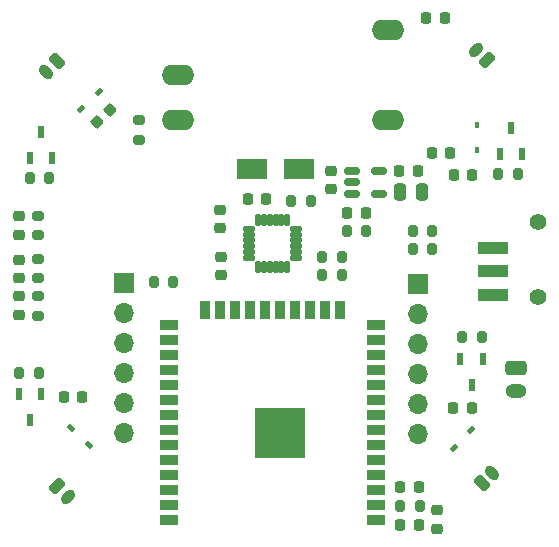
<source format=gbr>
%TF.GenerationSoftware,KiCad,Pcbnew,9.0.0*%
%TF.CreationDate,2025-04-14T11:35:23+05:30*%
%TF.ProjectId,esp32_quad_baro_bootser_nousb_BMP,65737033-325f-4717-9561-645f6261726f,rev?*%
%TF.SameCoordinates,Original*%
%TF.FileFunction,Soldermask,Top*%
%TF.FilePolarity,Negative*%
%FSLAX46Y46*%
G04 Gerber Fmt 4.6, Leading zero omitted, Abs format (unit mm)*
G04 Created by KiCad (PCBNEW 9.0.0) date 2025-04-14 11:35:23*
%MOMM*%
%LPD*%
G01*
G04 APERTURE LIST*
G04 Aperture macros list*
%AMRoundRect*
0 Rectangle with rounded corners*
0 $1 Rounding radius*
0 $2 $3 $4 $5 $6 $7 $8 $9 X,Y pos of 4 corners*
0 Add a 4 corners polygon primitive as box body*
4,1,4,$2,$3,$4,$5,$6,$7,$8,$9,$2,$3,0*
0 Add four circle primitives for the rounded corners*
1,1,$1+$1,$2,$3*
1,1,$1+$1,$4,$5*
1,1,$1+$1,$6,$7*
1,1,$1+$1,$8,$9*
0 Add four rect primitives between the rounded corners*
20,1,$1+$1,$2,$3,$4,$5,0*
20,1,$1+$1,$4,$5,$6,$7,0*
20,1,$1+$1,$6,$7,$8,$9,0*
20,1,$1+$1,$8,$9,$2,$3,0*%
%AMHorizOval*
0 Thick line with rounded ends*
0 $1 width*
0 $2 $3 position (X,Y) of the first rounded end (center of the circle)*
0 $4 $5 position (X,Y) of the second rounded end (center of the circle)*
0 Add line between two ends*
20,1,$1,$2,$3,$4,$5,0*
0 Add two circle primitives to create the rounded ends*
1,1,$1,$2,$3*
1,1,$1,$4,$5*%
%AMRotRect*
0 Rectangle, with rotation*
0 The origin of the aperture is its center*
0 $1 length*
0 $2 width*
0 $3 Rotation angle, in degrees counterclockwise*
0 Add horizontal line*
21,1,$1,$2,0,0,$3*%
G04 Aperture macros list end*
%ADD10RoundRect,0.200000X-0.275000X0.200000X-0.275000X-0.200000X0.275000X-0.200000X0.275000X0.200000X0*%
%ADD11R,0.600000X1.100000*%
%ADD12RoundRect,0.225000X0.250000X-0.225000X0.250000X0.225000X-0.250000X0.225000X-0.250000X-0.225000X0*%
%ADD13RoundRect,0.200000X-0.200000X-0.275000X0.200000X-0.275000X0.200000X0.275000X-0.200000X0.275000X0*%
%ADD14RoundRect,0.250000X-0.250000X-0.475000X0.250000X-0.475000X0.250000X0.475000X-0.250000X0.475000X0*%
%ADD15RoundRect,0.200000X0.200000X0.275000X-0.200000X0.275000X-0.200000X-0.275000X0.200000X-0.275000X0*%
%ADD16RoundRect,0.102000X0.395000X0.140000X-0.395000X0.140000X-0.395000X-0.140000X0.395000X-0.140000X0*%
%ADD17RoundRect,0.102000X0.140000X0.395000X-0.140000X0.395000X-0.140000X-0.395000X0.140000X-0.395000X0*%
%ADD18RoundRect,0.225000X-0.225000X-0.250000X0.225000X-0.250000X0.225000X0.250000X-0.225000X0.250000X0*%
%ADD19RoundRect,0.218750X0.256250X-0.218750X0.256250X0.218750X-0.256250X0.218750X-0.256250X-0.218750X0*%
%ADD20O,2.743200X1.727200*%
%ADD21RoundRect,0.250000X-0.650000X0.350000X-0.650000X-0.350000X0.650000X-0.350000X0.650000X0.350000X0*%
%ADD22O,1.800000X1.200000*%
%ADD23RoundRect,0.218750X-0.218750X-0.256250X0.218750X-0.256250X0.218750X0.256250X-0.218750X0.256250X0*%
%ADD24R,1.500000X0.900000*%
%ADD25R,0.900000X1.500000*%
%ADD26C,0.600000*%
%ADD27R,4.200000X4.200000*%
%ADD28R,2.500000X1.000000*%
%ADD29C,1.400000*%
%ADD30RotRect,0.600000X0.450000X45.000000*%
%ADD31RoundRect,0.225000X-0.017678X0.335876X-0.335876X0.017678X0.017678X-0.335876X0.335876X-0.017678X0*%
%ADD32RoundRect,0.225000X0.225000X0.250000X-0.225000X0.250000X-0.225000X-0.250000X0.225000X-0.250000X0*%
%ADD33RoundRect,0.225000X-0.176777X0.494975X-0.494975X0.176777X0.176777X-0.494975X0.494975X-0.176777X0*%
%ADD34HorizOval,0.900000X-0.176777X0.176777X0.176777X-0.176777X0*%
%ADD35RotRect,0.600000X0.450000X225.000000*%
%ADD36RoundRect,0.225000X0.176777X-0.494975X0.494975X-0.176777X-0.176777X0.494975X-0.494975X0.176777X0*%
%ADD37R,0.450000X0.600000*%
%ADD38RoundRect,0.150000X-0.512500X-0.150000X0.512500X-0.150000X0.512500X0.150000X-0.512500X0.150000X0*%
%ADD39R,1.700000X1.700000*%
%ADD40O,1.700000X1.700000*%
%ADD41R,2.500000X1.800000*%
%ADD42RoundRect,0.225000X-0.250000X0.225000X-0.250000X-0.225000X0.250000X-0.225000X0.250000X0.225000X0*%
%ADD43RoundRect,0.225000X0.494975X0.176777X0.176777X0.494975X-0.494975X-0.176777X-0.176777X-0.494975X0*%
%ADD44HorizOval,0.900000X0.176777X0.176777X-0.176777X-0.176777X0*%
%ADD45RoundRect,0.225000X-0.494975X-0.176777X-0.176777X-0.494975X0.494975X0.176777X0.176777X0.494975X0*%
%ADD46HorizOval,0.900000X-0.176777X-0.176777X0.176777X0.176777X0*%
%ADD47RotRect,0.600000X0.450000X135.000000*%
G04 APERTURE END LIST*
D10*
%TO.C,R16*%
X111080550Y-85228930D03*
X111080550Y-86878930D03*
%TD*%
D11*
%TO.C,T1*%
X111361260Y-96672220D03*
X109461260Y-96672220D03*
X110411260Y-98872220D03*
%TD*%
D12*
%TO.C,C9*%
X144890490Y-108087460D03*
X144890490Y-106537460D03*
%TD*%
D13*
%TO.C,R12*%
X135152630Y-85096350D03*
X136802630Y-85096350D03*
%TD*%
D12*
%TO.C,C13*%
X126579630Y-86652400D03*
X126579630Y-85102400D03*
%TD*%
D10*
%TO.C,R15*%
X111070000Y-88400000D03*
X111070000Y-90050000D03*
%TD*%
D14*
%TO.C,C3*%
X141715450Y-79564230D03*
X143615450Y-79564230D03*
%TD*%
D15*
%TO.C,R13*%
X134200000Y-80320000D03*
X132550000Y-80320000D03*
%TD*%
%TO.C,R11*%
X122539260Y-87236300D03*
X120889260Y-87236300D03*
%TD*%
D16*
%TO.C,U9*%
X132930940Y-85185420D03*
X132930940Y-84685420D03*
X132930940Y-84185420D03*
X132930940Y-83685420D03*
X132930940Y-83185420D03*
X132930940Y-82685420D03*
D17*
X132210940Y-81965420D03*
X131710940Y-81965420D03*
X131210940Y-81965420D03*
X130710940Y-81965420D03*
X130210940Y-81965420D03*
X129710940Y-81965420D03*
D16*
X128990940Y-82685420D03*
X128990940Y-83185420D03*
X128990940Y-83685420D03*
X128990940Y-84185420D03*
X128990940Y-84685420D03*
X128990940Y-85185420D03*
D17*
X129710940Y-85905420D03*
X130210940Y-85905420D03*
X130710940Y-85905420D03*
X131210940Y-85905420D03*
X131710940Y-85905420D03*
X132210940Y-85905420D03*
%TD*%
D18*
%TO.C,C4*%
X141684710Y-77800200D03*
X143234710Y-77800200D03*
%TD*%
D19*
%TO.C,LED6*%
X109495590Y-83200340D03*
X109495590Y-81625340D03*
%TD*%
D20*
%TO.C,U2*%
X122967000Y-69660000D03*
X122967000Y-73470000D03*
X140747000Y-73470000D03*
X140747000Y-65850000D03*
%TD*%
D21*
%TO.C,J1*%
X151590000Y-94450000D03*
D22*
X151590000Y-96450000D03*
%TD*%
D23*
%TO.C,LED1*%
X143970910Y-64886840D03*
X145545910Y-64886840D03*
%TD*%
D24*
%TO.C,U8*%
X139678110Y-107351450D03*
X139678110Y-106081450D03*
X139678110Y-104811450D03*
X139678110Y-103541450D03*
X139678110Y-102271450D03*
X139678110Y-101001450D03*
X139678110Y-99731450D03*
X139678110Y-98461450D03*
X139678110Y-97191450D03*
X139678110Y-95921450D03*
X139678110Y-94651450D03*
X139678110Y-93381450D03*
X139678110Y-92111450D03*
X139678110Y-90841450D03*
D25*
X136638110Y-89591450D03*
X135368110Y-89591450D03*
X134098110Y-89591450D03*
X132828110Y-89591450D03*
X131558110Y-89591450D03*
X130288110Y-89591450D03*
X129018110Y-89591450D03*
X127748110Y-89591450D03*
X126478110Y-89591450D03*
X125208110Y-89591450D03*
D24*
X122178110Y-90841450D03*
X122178110Y-92111450D03*
X122178110Y-93381450D03*
X122178110Y-94651450D03*
X122178110Y-95921450D03*
X122178110Y-97191450D03*
X122178110Y-98461450D03*
X122178110Y-99731450D03*
X122178110Y-101001450D03*
X122178110Y-102271450D03*
X122178110Y-103541450D03*
X122178110Y-104811450D03*
X122178110Y-106081450D03*
X122178110Y-107351450D03*
D26*
X133133110Y-100773950D03*
X133133110Y-99248950D03*
X131608110Y-100773950D03*
D27*
X131608110Y-100011450D03*
D26*
X131608110Y-99248950D03*
X130083110Y-100773950D03*
X130083110Y-99248950D03*
%TD*%
D28*
%TO.C,SW1*%
X149630000Y-88310000D03*
X149630000Y-86310000D03*
X149630000Y-84310000D03*
D29*
X153390000Y-88460000D03*
X153390000Y-82160000D03*
%TD*%
D30*
%TO.C,D5*%
X146281628Y-101252802D03*
X147766552Y-99767878D03*
%TD*%
D15*
%TO.C,R19*%
X112031280Y-78386940D03*
X110381280Y-78386940D03*
%TD*%
D31*
%TO.C,C16*%
X117224178Y-72603992D03*
X116128162Y-73700008D03*
%TD*%
D13*
%TO.C,U5*%
X142810730Y-84376260D03*
X144460730Y-84376260D03*
%TD*%
D18*
%TO.C,C8*%
X144440000Y-76310000D03*
X145990000Y-76310000D03*
%TD*%
D10*
%TO.C,R17*%
X111072930Y-81598000D03*
X111072930Y-83248000D03*
%TD*%
D13*
%TO.C,R14*%
X135152630Y-86634320D03*
X136802630Y-86634320D03*
%TD*%
D32*
%TO.C,C2*%
X138839240Y-81403190D03*
X137289240Y-81403190D03*
%TD*%
D13*
%TO.C,R21*%
X147019510Y-91829890D03*
X148669510Y-91829890D03*
%TD*%
%TO.C,R18*%
X109520220Y-94888050D03*
X111170220Y-94888050D03*
%TD*%
D18*
%TO.C,C17*%
X146311320Y-78165960D03*
X147861320Y-78165960D03*
%TD*%
D11*
%TO.C,T4*%
X148757680Y-93696610D03*
X146857680Y-93696610D03*
X147807680Y-95896610D03*
%TD*%
D33*
%TO.C,J5*%
X112697260Y-68502530D03*
D34*
X111813377Y-69386413D03*
%TD*%
D15*
%TO.C,R10*%
X143410000Y-106160000D03*
X141760000Y-106160000D03*
%TD*%
D11*
%TO.C,T2*%
X110379470Y-76692940D03*
X112279470Y-76692940D03*
X111329470Y-74492940D03*
%TD*%
D15*
%TO.C,U4*%
X144460730Y-82856070D03*
X142810730Y-82856070D03*
%TD*%
D35*
%TO.C,D3*%
X116231182Y-71112868D03*
X114746258Y-72597792D03*
%TD*%
D18*
%TO.C,C10*%
X141786610Y-107779820D03*
X143336610Y-107779820D03*
%TD*%
D36*
%TO.C,J4*%
X148656117Y-104223883D03*
D34*
X149540000Y-103340000D03*
%TD*%
D37*
%TO.C,D4*%
X148261070Y-73893970D03*
X148261070Y-75993970D03*
%TD*%
D13*
%TO.C,R1*%
X137248130Y-82919570D03*
X138898130Y-82919570D03*
%TD*%
D18*
%TO.C,C18*%
X146254170Y-97845880D03*
X147804170Y-97845880D03*
%TD*%
%TO.C,C11*%
X141787580Y-104580690D03*
X143337580Y-104580690D03*
%TD*%
D12*
%TO.C,C14*%
X126532640Y-82663330D03*
X126532640Y-81113330D03*
%TD*%
D11*
%TO.C,T3*%
X150190000Y-76330000D03*
X152090000Y-76330000D03*
X151140000Y-74130000D03*
%TD*%
D19*
%TO.C,LED5*%
X109514640Y-86887470D03*
X109514640Y-85312470D03*
%TD*%
D38*
%TO.C,U3*%
X137712870Y-77815400D03*
X137712870Y-78765400D03*
X137712870Y-79715400D03*
X139987870Y-79715400D03*
X139987870Y-77815400D03*
%TD*%
D39*
%TO.C,J8*%
X118358920Y-87313770D03*
D40*
X118358920Y-89853770D03*
X118358920Y-92393770D03*
X118358920Y-94933770D03*
X118358920Y-97473770D03*
X118358920Y-100013770D03*
%TD*%
D10*
%TO.C,R2*%
X119680000Y-73490000D03*
X119680000Y-75140000D03*
%TD*%
D41*
%TO.C,D1*%
X133220000Y-77600000D03*
X129220000Y-77600000D03*
%TD*%
D32*
%TO.C,C12*%
X130390000Y-80150000D03*
X128840000Y-80150000D03*
%TD*%
D15*
%TO.C,R20*%
X151720000Y-78020000D03*
X150070000Y-78020000D03*
%TD*%
D42*
%TO.C,C1*%
X135903970Y-77777040D03*
X135903970Y-79327040D03*
%TD*%
D43*
%TO.C,J6*%
X149100540Y-68442840D03*
D44*
X148216657Y-67558957D03*
%TD*%
D19*
%TO.C,LED4*%
X109481620Y-89971030D03*
X109481620Y-88396030D03*
%TD*%
D45*
%TO.C,J2*%
X112712500Y-104505760D03*
D46*
X113596383Y-105389643D03*
%TD*%
D32*
%TO.C,C15*%
X114826080Y-96941640D03*
X113276080Y-96941640D03*
%TD*%
D39*
%TO.C,J9*%
X143302990Y-87341710D03*
D40*
X143302990Y-89881710D03*
X143302990Y-92421710D03*
X143302990Y-94961710D03*
X143302990Y-97501710D03*
X143302990Y-100041710D03*
%TD*%
D47*
%TO.C,D2*%
X115379012Y-101029282D03*
X113894088Y-99544358D03*
%TD*%
M02*

</source>
